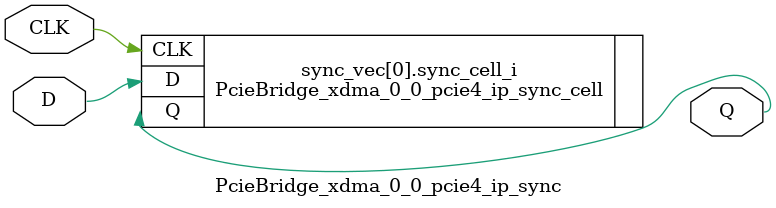
<source format=v>

`timescale 1ps / 1ps

(* DowngradeIPIdentifiedWarnings = "yes" *)
module PcieBridge_xdma_0_0_pcie4_ip_sync #
(
    parameter integer WIDTH = 1, 
    parameter integer STAGE = 3
)
(
    //-------------------------------------------------------------------------- 
    //  Input Ports
    //-------------------------------------------------------------------------- 
    input                               CLK,
    input       [WIDTH-1:0]             D,
    
    //-------------------------------------------------------------------------- 
    //  Output Ports
    //-------------------------------------------------------------------------- 
    output      [WIDTH-1:0]             Q
);                                                        



//--------------------------------------------------------------------------------------------------
//  Generate Synchronizer - Begin
//--------------------------------------------------------------------------------------------------
genvar i;

generate for (i=0; i<WIDTH; i=i+1) 

    begin : sync_vec

    //----------------------------------------------------------------------
    //  Synchronizer
    //----------------------------------------------------------------------
    PcieBridge_xdma_0_0_pcie4_ip_sync_cell #
    (
        .STAGE                          (STAGE)
    )    
    sync_cell_i
    (
        //------------------------------------------------------------------
        //  Input Ports
        //------------------------------------------------------------------
        .CLK                            (CLK),
        .D                              (D[i]),

        //------------------------------------------------------------------
        //  Output Ports
        //------------------------------------------------------------------
        .Q                              (Q[i])
    );
 
    end   
      
endgenerate 
//--------------------------------------------------------------------------------------------------
//  Generate - End
//--------------------------------------------------------------------------------------------------



endmodule

</source>
